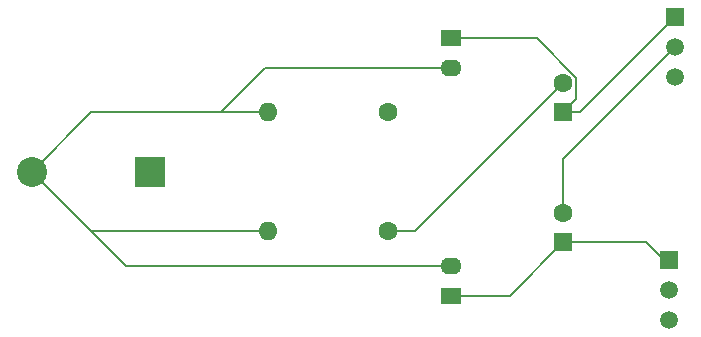
<source format=gbr>
%TF.GenerationSoftware,KiCad,Pcbnew,8.0.5*%
%TF.CreationDate,2024-10-11T23:24:52-07:00*%
%TF.ProjectId,IEEE soldering project,49454545-2073-46f6-9c64-6572696e6720,rev?*%
%TF.SameCoordinates,Original*%
%TF.FileFunction,Copper,L1,Top*%
%TF.FilePolarity,Positive*%
%FSLAX46Y46*%
G04 Gerber Fmt 4.6, Leading zero omitted, Abs format (unit mm)*
G04 Created by KiCad (PCBNEW 8.0.5) date 2024-10-11 23:24:52*
%MOMM*%
%LPD*%
G01*
G04 APERTURE LIST*
%TA.AperFunction,ComponentPad*%
%ADD10R,2.540000X2.540000*%
%TD*%
%TA.AperFunction,ComponentPad*%
%ADD11C,2.540000*%
%TD*%
%TA.AperFunction,ComponentPad*%
%ADD12R,1.500000X1.500000*%
%TD*%
%TA.AperFunction,ComponentPad*%
%ADD13C,1.500000*%
%TD*%
%TA.AperFunction,ComponentPad*%
%ADD14O,1.800000X1.400000*%
%TD*%
%TA.AperFunction,ComponentPad*%
%ADD15R,1.800000X1.400000*%
%TD*%
%TA.AperFunction,ComponentPad*%
%ADD16O,1.600000X1.600000*%
%TD*%
%TA.AperFunction,ComponentPad*%
%ADD17C,1.600000*%
%TD*%
%TA.AperFunction,ComponentPad*%
%ADD18R,1.600000X1.600000*%
%TD*%
%TA.AperFunction,Conductor*%
%ADD19C,0.200000*%
%TD*%
G04 APERTURE END LIST*
D10*
%TO.P,U1,1,+*%
%TO.N,Net-(Q1-E)*%
X184987818Y-70000000D03*
D11*
%TO.P,U1,2,-*%
%TO.N,Net-(LED1-A)*%
X175005618Y-70000000D03*
%TD*%
D12*
%TO.P,Q2,1,C*%
%TO.N,Net-(LED1-K)*%
X229000000Y-77500000D03*
D13*
%TO.P,Q2,2,B*%
%TO.N,Net-(Q2-B)*%
X229000000Y-80040000D03*
%TO.P,Q2,3,E*%
%TO.N,Net-(Q1-E)*%
X229000000Y-82580000D03*
%TD*%
D14*
%TO.P,LED2,2,A*%
%TO.N,Net-(LED1-A)*%
X210500000Y-61265000D03*
D15*
%TO.P,LED2,1,K*%
%TO.N,Net-(LED2-K)*%
X210500000Y-58725000D03*
%TD*%
%TO.P,LED1,1,K*%
%TO.N,Net-(LED1-K)*%
X210500000Y-80500000D03*
D14*
%TO.P,LED1,2,A*%
%TO.N,Net-(LED1-A)*%
X210500000Y-77960000D03*
%TD*%
D16*
%TO.P,R1,2*%
%TO.N,Net-(LED1-A)*%
X195000000Y-65000000D03*
D17*
%TO.P,R1,1*%
%TO.N,Net-(Q1-B)*%
X205160000Y-65000000D03*
%TD*%
D18*
%TO.P,C1,1*%
%TO.N,Net-(LED1-K)*%
X220000000Y-76000000D03*
D17*
%TO.P,C1,2*%
%TO.N,Net-(Q1-B)*%
X220000000Y-73500000D03*
%TD*%
%TO.P,R2,1*%
%TO.N,Net-(Q2-B)*%
X205160000Y-75000000D03*
D16*
%TO.P,R2,2*%
%TO.N,Net-(LED1-A)*%
X195000000Y-75000000D03*
%TD*%
D18*
%TO.P,C2,1*%
%TO.N,Net-(LED2-K)*%
X220000000Y-65000000D03*
D17*
%TO.P,C2,2*%
%TO.N,Net-(Q2-B)*%
X220000000Y-62500000D03*
%TD*%
D12*
%TO.P,Q1,1,C*%
%TO.N,Net-(LED2-K)*%
X229500000Y-56920000D03*
D13*
%TO.P,Q1,2,B*%
%TO.N,Net-(Q1-B)*%
X229500000Y-59460000D03*
%TO.P,Q1,3,E*%
%TO.N,Net-(Q1-E)*%
X229500000Y-62000000D03*
%TD*%
D19*
%TO.N,Net-(LED1-A)*%
X194735000Y-61265000D02*
X191000000Y-65000000D01*
X210500000Y-61265000D02*
X194735000Y-61265000D01*
X191000000Y-65000000D02*
X180005618Y-65000000D01*
X195000000Y-65000000D02*
X191000000Y-65000000D01*
X180005618Y-65000000D02*
X175005618Y-70000000D01*
X195000000Y-75000000D02*
X180005618Y-75000000D01*
X180005618Y-75000000D02*
X175005618Y-70000000D01*
X182965618Y-77960000D02*
X175005618Y-70000000D01*
X210500000Y-77960000D02*
X182965618Y-77960000D01*
%TO.N,Net-(LED1-K)*%
X215500000Y-80500000D02*
X220000000Y-76000000D01*
X210500000Y-80500000D02*
X215500000Y-80500000D01*
X227000000Y-76000000D02*
X220000000Y-76000000D01*
X228500000Y-77500000D02*
X227000000Y-76000000D01*
X229000000Y-77500000D02*
X228500000Y-77500000D01*
%TO.N,Net-(LED2-K)*%
X221100000Y-63900000D02*
X220000000Y-65000000D01*
X221100000Y-62044365D02*
X221100000Y-63900000D01*
X217780635Y-58725000D02*
X221100000Y-62044365D01*
X210500000Y-58725000D02*
X217780635Y-58725000D01*
X221420000Y-65000000D02*
X229500000Y-56920000D01*
X220000000Y-65000000D02*
X221420000Y-65000000D01*
%TO.N,Net-(Q1-B)*%
X220000000Y-68960000D02*
X229500000Y-59460000D01*
X220000000Y-73500000D02*
X220000000Y-68960000D01*
%TO.N,Net-(Q2-B)*%
X207500000Y-75000000D02*
X220000000Y-62500000D01*
X205160000Y-75000000D02*
X207500000Y-75000000D01*
%TD*%
M02*

</source>
